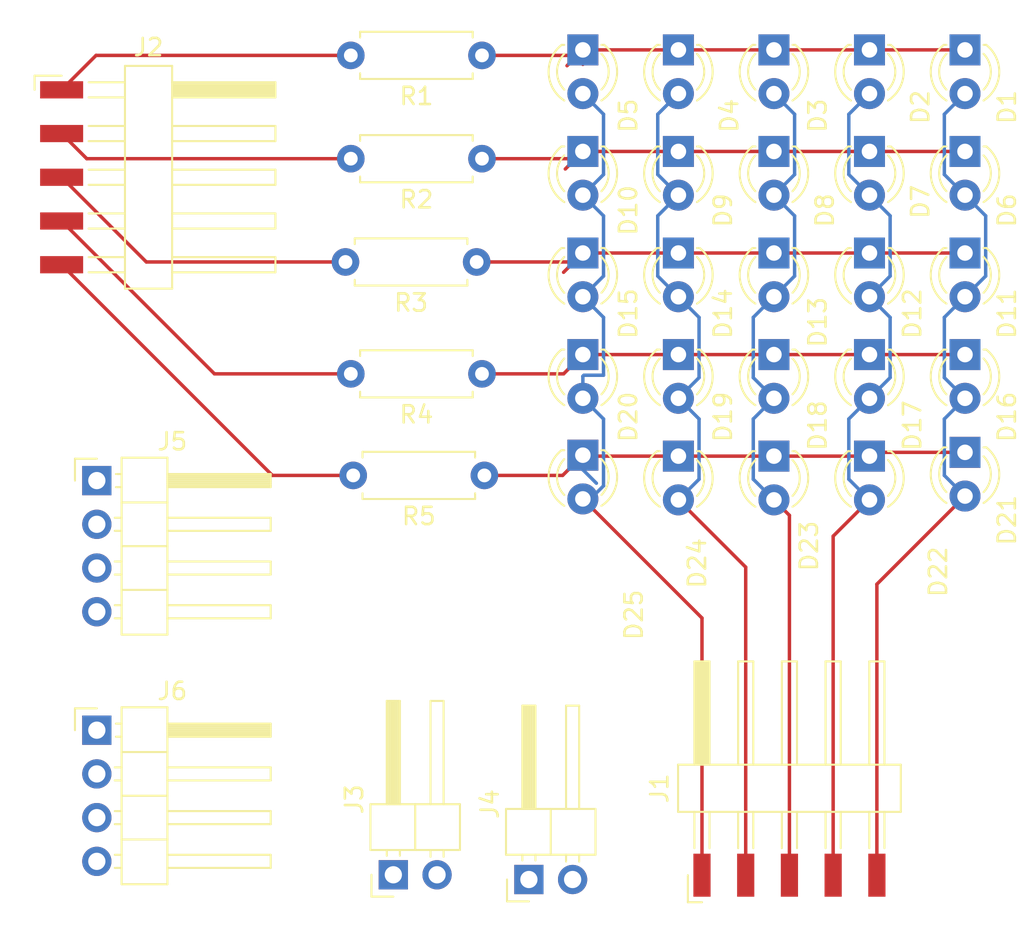
<source format=kicad_pcb>
(kicad_pcb (version 20240108) (generator "pcbnew") (generator_version "8.0")
  (layers (0 "F.Cu" signal) (31 "B.Cu" signal) (34 "B.Paste" user) (35 "F.Paste" user) (36 "B.SilkS" user "B.Silkscreen") (37 "F.SilkS" user "F.Silkscreen") (38 "B.Mask" user) (39 "F.Mask" user) (44 "Edge.Cuts" user))
  (net 0 "")
  (net 1 "Net-(D1-K)")
  (net 2 "Net-(D1-A)")
  (net 3 "Net-(D12-A)")
  (net 4 "Net-(D13-A)")
  (net 5 "Net-(D14-A)")
  (net 6 "Net-(D10-A)")
  (net 7 "Net-(D10-K)")
  (net 8 "Net-(D11-K)")
  (net 9 "Net-(D16-K)")
  (net 10 "Net-(D21-K)")
  (net 11 "Net-(J2-Pin_5)")
  (net 12 "Net-(J2-Pin_3)")
  (net 13 "Net-(J2-Pin_2)")
  (net 14 "Net-(J2-Pin_4)")
  (net 15 "Net-(J2-Pin_1)")
  (net 16 "Can-")
  (net 17 "Can+")
  (net 18 "GND")
  (net 19 "TX")
  (net 20 "RX")
  (net 21 "+3V3")
  (footprint "LED_THT:LED_D3.0mm" (layer "F.Cu") (at 164.91 63.58 -90)
    (property "Reference" "D9" (at 3.42 -2.59 90) (layer "F.SilkS"))
    (property "Value" "LED")
    (pad "1" thru_hole rect (at 0 0 270) (size 1.8 1.8) (drill 0.9) (layers "*.Cu" "*.Mask") (net 7 "Net-(D10-K)"))
    (pad "2" thru_hole circle (at 2.54 0 270) (size 1.8 1.8) (drill 0.9) (layers "*.Cu" "*.Mask") (net 5 "Net-(D14-A)"))
  )
  (footprint "LED_THT:LED_D3.0mm" (layer "F.Cu") (at 170.46 57.68 -90)
    (property "Reference" "D3" (at 3.82 -2.54 90) (layer "F.SilkS"))
    (property "Value" "LED")
    (pad "1" thru_hole rect (at 0 0 270) (size 1.8 1.8) (drill 0.9) (layers "*.Cu" "*.Mask") (net 1 "Net-(D1-K)"))
    (pad "2" thru_hole circle (at 2.54 0 270) (size 1.8 1.8) (drill 0.9) (layers "*.Cu" "*.Mask") (net 4 "Net-(D13-A)"))
  )
  (footprint "LED_THT:LED_D3.0mm" (layer "F.Cu") (at 176.01 81.28 -90)
    (property "Reference" "D22" (at 6.72 -3.99 -90) (layer "F.SilkS"))
    (property "Value" "LED")
    (pad "1" thru_hole rect (at 0 0 270) (size 1.8 1.8) (drill 0.9) (layers "*.Cu" "*.Mask") (net 10 "Net-(D21-K)"))
    (pad "2" thru_hole circle (at 2.54 0 270) (size 1.8 1.8) (drill 0.9) (layers "*.Cu" "*.Mask") (net 3 "Net-(D12-A)"))
  )
  (footprint "LED_THT:LED_D3.0mm" (layer "F.Cu") (at 159.36 69.48 -90)
    (property "Reference" "D15" (at 3.52 -2.64 90) (layer "F.SilkS"))
    (property "Value" "LED")
    (pad "1" thru_hole rect (at 0 0 270) (size 1.8 1.8) (drill 0.9) (layers "*.Cu" "*.Mask") (net 8 "Net-(D11-K)"))
    (pad "2" thru_hole circle (at 2.54 0 270) (size 1.8 1.8) (drill 0.9) (layers "*.Cu" "*.Mask") (net 6 "Net-(D10-A)"))
  )
  (footprint "LED_THT:LED_D3.0mm" (layer "F.Cu") (at 176.01 69.48 -90)
    (property "Reference" "D12" (at 3.52 -2.49 90) (layer "F.SilkS"))
    (property "Value" "LED")
    (pad "1" thru_hole rect (at 0 0 270) (size 1.8 1.8) (drill 0.9) (layers "*.Cu" "*.Mask") (net 8 "Net-(D11-K)"))
    (pad "2" thru_hole circle (at 2.54 0 270) (size 1.8 1.8) (drill 0.9) (layers "*.Cu" "*.Mask") (net 3 "Net-(D12-A)"))
  )
  (footprint "Connector_PinHeader_2.54mm:PinHeader_1x02_P2.54mm_Horizontal" (layer "F.Cu") (at 148.35 105.6 90)
    (property "Reference" "J3" (at 4.385 -2.27 90) (layer "F.SilkS"))
    (property "Value" "Conn_01x02_Pin")
    (pad "1" thru_hole rect (at 0 0 90) (size 1.7 1.7) (drill 1) (layers "*.Cu" "*.Mask") (net 17 "Can+"))
    (pad "2" thru_hole oval (at 0 2.54 90) (size 1.7 1.7) (drill 1) (layers "*.Cu" "*.Mask") (net 16 "Can-"))
  )
  (footprint "LED_THT:LED_D3.0mm" (layer "F.Cu") (at 164.91 57.68 -90)
    (property "Reference" "D4" (at 3.82 -2.96 90) (layer "F.SilkS"))
    (property "Value" "LED")
    (pad "1" thru_hole rect (at 0 0 270) (size 1.8 1.8) (drill 0.9) (layers "*.Cu" "*.Mask") (net 1 "Net-(D1-K)"))
    (pad "2" thru_hole circle (at 2.54 0 270) (size 1.8 1.8) (drill 0.9) (layers "*.Cu" "*.Mask") (net 5 "Net-(D14-A)"))
  )
  (footprint "Resistor_THT:R_Axial_DIN0207_L6.3mm_D2.5mm_P7.62mm_Horizontal" (layer "F.Cu") (at 153.64 82.4 180)
    (property "Reference" "R5" (at 3.81 -2.37 360) (layer "F.SilkS"))
    (property "Value" "R")
    (pad "1" thru_hole circle (at 0 0 180) (size 1.6 1.6) (drill 0.8) (layers "*.Cu" "*.Mask") (net 10 "Net-(D21-K)"))
    (pad "2" thru_hole oval (at 7.62 0 180) (size 1.6 1.6) (drill 0.8) (layers "*.Cu" "*.Mask") (net 11 "Net-(J2-Pin_5)"))
  )
  (footprint "LED_THT:LED_D3.0mm" (layer "F.Cu") (at 181.56 63.58 -90)
    (property "Reference" "D6" (at 3.42 -2.44 90) (layer "F.SilkS"))
    (property "Value" "LED")
    (pad "1" thru_hole rect (at 0 0 270) (size 1.8 1.8) (drill 0.9) (layers "*.Cu" "*.Mask") (net 7 "Net-(D10-K)"))
    (pad "2" thru_hole circle (at 2.54 0 270) (size 1.8 1.8) (drill 0.9) (layers "*.Cu" "*.Mask") (net 2 "Net-(D1-A)"))
  )
  (footprint "LED_THT:LED_D3.0mm" (layer "F.Cu") (at 170.46 69.48 -90)
    (property "Reference" "D13" (at 4.02 -2.54 90) (layer "F.SilkS"))
    (property "Value" "LED")
    (pad "1" thru_hole rect (at 0 0 270) (size 1.8 1.8) (drill 0.9) (layers "*.Cu" "*.Mask") (net 8 "Net-(D11-K)"))
    (pad "2" thru_hole circle (at 2.54 0 270) (size 1.8 1.8) (drill 0.9) (layers "*.Cu" "*.Mask") (net 4 "Net-(D13-A)"))
  )
  (footprint "LED_THT:LED_D3.0mm" (layer "F.Cu") (at 164.91 69.48 -90)
    (property "Reference" "D14" (at 3.52 -2.59 90) (layer "F.SilkS"))
    (property "Value" "LED")
    (pad "1" thru_hole rect (at 0 0 270) (size 1.8 1.8) (drill 0.9) (layers "*.Cu" "*.Mask") (net 8 "Net-(D11-K)"))
    (pad "2" thru_hole circle (at 2.54 0 270) (size 1.8 1.8) (drill 0.9) (layers "*.Cu" "*.Mask") (net 5 "Net-(D14-A)"))
  )
  (footprint "LED_THT:LED_D3.0mm" (layer "F.Cu") (at 159.36 63.58 -90)
    (property "Reference" "D10" (at 3.42 -2.64 90) (layer "F.SilkS"))
    (property "Value" "LED")
    (pad "1" thru_hole rect (at 0 0 270) (size 1.8 1.8) (drill 0.9) (layers "*.Cu" "*.Mask") (net 7 "Net-(D10-K)"))
    (pad "2" thru_hole circle (at 2.54 0 270) (size 1.8 1.8) (drill 0.9) (layers "*.Cu" "*.Mask") (net 6 "Net-(D10-A)"))
  )
  (footprint "LED_THT:LED_D3.0mm" (layer "F.Cu") (at 159.36 57.68 -90)
    (property "Reference" "D5" (at 3.82 -2.64 90) (layer "F.SilkS"))
    (property "Value" "LED")
    (pad "1" thru_hole rect (at 0 0 270) (size 1.8 1.8) (drill 0.9) (layers "*.Cu" "*.Mask") (net 1 "Net-(D1-K)"))
    (pad "2" thru_hole circle (at 2.54 0 270) (size 1.8 1.8) (drill 0.9) (layers "*.Cu" "*.Mask") (net 6 "Net-(D10-A)"))
  )
  (footprint "LED_THT:LED_D3.0mm" (layer "F.Cu") (at 164.91 81.28 -90)
    (property "Reference" "D24" (at 6.22 -1.09 90) (layer "F.SilkS"))
    (property "Value" "LED")
    (pad "1" thru_hole rect (at 0 0 270) (size 1.8 1.8) (drill 0.9) (layers "*.Cu" "*.Mask") (net 10 "Net-(D21-K)"))
    (pad "2" thru_hole circle (at 2.54 0 270) (size 1.8 1.8) (drill 0.9) (layers "*.Cu" "*.Mask") (net 5 "Net-(D14-A)"))
  )
  (footprint "LED_THT:LED_D3.0mm" (layer "F.Cu") (at 159.36 81.225 -90)
    (property "Reference" "D25" (at 9.275 -2.96 90) (layer "F.SilkS"))
    (property "Value" "LED")
    (pad "1" thru_hole rect (at 0 0 270) (size 1.8 1.8) (drill 0.9) (layers "*.Cu" "*.Mask") (net 10 "Net-(D21-K)"))
    (pad "2" thru_hole circle (at 2.54 0 270) (size 1.8 1.8) (drill 0.9) (layers "*.Cu" "*.Mask") (net 6 "Net-(D10-A)"))
  )
  (footprint "Connector_PinHeader_2.54mm:PinHeader_1x04_P2.54mm_Horizontal" (layer "F.Cu") (at 131.125 97.2)
    (property "Reference" "J6" (at 4.385 -2.27 360) (layer "F.SilkS"))
    (property "Value" "Conn_01x04_Pin")
    (pad "1" thru_hole rect (at 0 0) (size 1.7 1.7) (drill 1) (layers "*.Cu" "*.Mask") (net 18 "GND"))
    (pad "2" thru_hole oval (at 0 2.54) (size 1.7 1.7) (drill 1) (layers "*.Cu" "*.Mask") (net 20 "RX"))
    (pad "3" thru_hole oval (at 0 5.08) (size 1.7 1.7) (drill 1) (layers "*.Cu" "*.Mask") (net 19 "TX"))
    (pad "4" thru_hole oval (at 0 7.62) (size 1.7 1.7) (drill 1) (layers "*.Cu" "*.Mask") (net 21 "+3V3"))
  )
  (footprint "LED_THT:LED_D3.0mm" (layer "F.Cu") (at 159.36 75.38 -90)
    (property "Reference" "D20" (at 3.62 -2.64 90) (layer "F.SilkS"))
    (property "Value" "LED")
    (pad "1" thru_hole rect (at 0 0 270) (size 1.8 1.8) (drill 0.9) (layers "*.Cu" "*.Mask") (net 9 "Net-(D16-K)"))
    (pad "2" thru_hole circle (at 2.54 0 270) (size 1.8 1.8) (drill 0.9) (layers "*.Cu" "*.Mask") (net 6 "Net-(D10-A)"))
  )
  (footprint "Connector_Harwin:Harwin_M20-89005xx_1x05_P2.54mm_Horizontal" (layer "F.Cu") (at 134.605 65.08)
    (property "Reference" "J2" (at -0.48 -7.55 360) (layer "F.SilkS"))
    (property "Value" "Conn_01x05_Pin")
    (pad "" smd rect (at 3.895 -5.08) (size 6 0.76) (layers "F.SilkS"))
    (pad "1" smd rect (at -5.525 -5.08) (size 2.5 1) (layers "F.Cu" "F.Paste" "F.Mask") (net 15 "Net-(J2-Pin_1)"))
    (pad "2" smd rect (at -5.525 -2.54) (size 2.5 1) (layers "F.Cu" "F.Paste" "F.Mask") (net 13 "Net-(J2-Pin_2)"))
    (pad "3" smd rect (at -5.525 0) (size 2.5 1) (layers "F.Cu" "F.Paste" "F.Mask") (net 12 "Net-(J2-Pin_3)"))
    (pad "4" smd rect (at -5.525 2.54) (size 2.5 1) (layers "F.Cu" "F.Paste" "F.Mask") (net 14 "Net-(J2-Pin_4)"))
    (pad "5" smd rect (at -5.525 5.08) (size 2.5 1) (layers "F.Cu" "F.Paste" "F.Mask") (net 11 "Net-(J2-Pin_5)"))
  )
  (footprint "Resistor_THT:R_Axial_DIN0207_L6.3mm_D2.5mm_P7.62mm_Horizontal" (layer "F.Cu") (at 153.19 70 180)
    (property "Reference" "R3" (at 3.81 -2.37 360) (layer "F.SilkS"))
    (property "Value" "R")
    (pad "1" thru_hole circle (at 0 0 180) (size 1.6 1.6) (drill 0.8) (layers "*.Cu" "*.Mask") (net 8 "Net-(D11-K)"))
    (pad "2" thru_hole oval (at 7.62 0 180) (size 1.6 1.6) (drill 0.8) (layers "*.Cu" "*.Mask") (net 12 "Net-(J2-Pin_3)"))
  )
  (footprint "LED_THT:LED_D3.0mm" (layer "F.Cu") (at 181.56 57.68 -90)
    (property "Reference" "D1" (at 3.32 -2.44 90) (layer "F.SilkS"))
    (property "Value" "LED")
    (pad "1" thru_hole rect (at 0 0 270) (size 1.8 1.8) (drill 0.9) (layers "*.Cu" "*.Mask") (net 1 "Net-(D1-K)"))
    (pad "2" thru_hole circle (at 2.54 0 270) (size 1.8 1.8) (drill 0.9) (layers "*.Cu" "*.Mask") (net 2 "Net-(D1-A)"))
  )
  (footprint "Resistor_THT:R_Axial_DIN0207_L6.3mm_D2.5mm_P7.62mm_Horizontal" (layer "F.Cu") (at 153.5 64 180)
    (property "Reference" "R2" (at 3.81 -2.37 360) (layer "F.SilkS"))
    (property "Value" "R")
    (pad "1" thru_hole circle (at 0 0 180) (size 1.6 1.6) (drill 0.8) (layers "*.Cu" "*.Mask") (net 7 "Net-(D10-K)"))
    (pad "2" thru_hole oval (at 7.62 0 180) (size 1.6 1.6) (drill 0.8) (layers "*.Cu" "*.Mask") (net 13 "Net-(J2-Pin_2)"))
  )
  (footprint "Connector_PinHeader_2.54mm:PinHeader_1x02_P2.54mm_Horizontal" (layer "F.Cu") (at 156.225 105.875 90)
    (property "Reference" "J4" (at 4.385 -2.27 90) (layer "F.SilkS"))
    (property "Value" "Conn_01x02_Pin")
    (pad "1" thru_hole rect (at 0 0 90) (size 1.7 1.7) (drill 1) (layers "*.Cu" "*.Mask") (net 17 "Can+"))
    (pad "2" thru_hole oval (at 0 2.54 90) (size 1.7 1.7) (drill 1) (layers "*.Cu" "*.Mask") (net 16 "Can-"))
  )
  (footprint "Resistor_THT:R_Axial_DIN0207_L6.3mm_D2.5mm_P7.62mm_Horizontal" (layer "F.Cu") (at 153.5 76.5 180)
    (property "Reference" "R4" (at 3.81 -2.37 360) (layer "F.SilkS"))
    (property "Value" "R")
    (pad "1" thru_hole circle (at 0 0 180) (size 1.6 1.6) (drill 0.8) (layers "*.Cu" "*.Mask") (net 9 "Net-(D16-K)"))
    (pad "2" thru_hole oval (at 7.62 0 180) (size 1.6 1.6) (drill 0.8) (layers "*.Cu" "*.Mask") (net 14 "Net-(J2-Pin_4)"))
  )
  (footprint "LED_THT:LED_D3.0mm" (layer "F.Cu") (at 176.01 63.58 -90)
    (property "Reference" "D7" (at 2.92 -2.96 90) (layer "F.SilkS"))
    (property "Value" "LED")
    (pad "1" thru_hole rect (at 0 0 270) (size 1.8 1.8) (drill 0.9) (layers "*.Cu" "*.Mask") (net 7 "Net-(D10-K)"))
    (pad "2" thru_hole circle (at 2.54 0 270) (size 1.8 1.8) (drill 0.9) (layers "*.Cu" "*.Mask") (net 3 "Net-(D12-A)"))
  )
  (footprint "LED_THT:LED_D3.0mm" (layer "F.Cu") (at 170.46 75.38 -90)
    (property "Reference" "D18" (at 4.12 -2.54 90) (layer "F.SilkS"))
    (property "Value" "LED")
    (pad "1" thru_hole rect (at 0 0 270) (size 1.8 1.8) (drill 0.9) (layers "*.Cu" "*.Mask") (net 9 "Net-(D16-K)"))
    (pad "2" thru_hole circle (at 2.54 0 270) (size 1.8 1.8) (drill 0.9) (layers "*.Cu" "*.Mask") (net 4 "Net-(D13-A)"))
  )
  (footprint "LED_THT:LED_D3.0mm" (layer "F.Cu") (at 181.56 81.06 -90)
    (property "Reference" "D21" (at 3.94 -2.44 90) (layer "F.SilkS"))
    (property "Value" "LED")
    (pad "1" thru_hole rect (at 0 0 270) (size 1.8 1.8) (drill 0.9) (layers "*.Cu" "*.Mask") (net 10 "Net-(D21-K)"))
    (pad "2" thru_hole circle (at 2.54 0 270) (size 1.8 1.8) (drill 0.9) (layers "*.Cu" "*.Mask") (net 2 "Net-(D1-A)"))
  )
  (footprint "Connector_PinHeader_2.54mm:PinHeader_1x04_P2.54mm_Horizontal" (layer "F.Cu") (at 131.125 82.7)
    (property "Reference" "J5" (at 4.385 -2.27 360) (layer "F.SilkS"))
    (property "Value" "Conn_01x04_Pin")
    (pad "1" thru_hole rect (at 0 0) (size 1.7 1.7) (drill 1) (layers "*.Cu" "*.Mask") (net 18 "GND"))
    (pad "2" thru_hole oval (at 0 2.54) (size 1.7 1.7) (drill 1) (layers "*.Cu" "*.Mask") (net 19 "TX"))
    (pad "3" thru_hole oval (at 0 5.08) (size 1.7 1.7) (drill 1) (layers "*.Cu" "*.Mask") (net 20 "RX"))
    (pad "4" thru_hole oval (at 0 7.62) (size 1.7 1.7) (drill 1) (layers "*.Cu" "*.Mask") (net 21 "+3V3"))
  )
  (footprint "Resistor_THT:R_Axial_DIN0207_L6.3mm_D2.5mm_P7.62mm_Horizontal" (layer "F.Cu") (at 153.5 58 180)
    (property "Reference" "R1" (at 3.81 -2.37 360) (layer "F.SilkS"))
    (property "Value" "R")
    (pad "1" thru_hole circle (at 0 0 180) (size 1.6 1.6) (drill 0.8) (layers "*.Cu" "*.Mask") (net 1 "Net-(D1-K)"))
    (pad "2" thru_hole oval (at 7.62 0 180) (size 1.6 1.6) (drill 0.8) (layers "*.Cu" "*.Mask") (net 15 "Net-(J2-Pin_1)"))
  )
  (footprint "LED_THT:LED_D3.0mm" (layer "F.Cu") (at 170.46 63.58 -90)
    (property "Reference" "D8" (at 3.42 -2.96 90) (layer "F.SilkS"))
    (property "Value" "LED")
    (pad "1" thru_hole rect (at 0 0 270) (size 1.8 1.8) (drill 0.9) (layers "*.Cu" "*.Mask") (net 7 "Net-(D10-K)"))
    (pad "2" thru_hole circle (at 2.54 0 270) (size 1.8 1.8) (drill 0.9) (layers "*.Cu" "*.Mask") (net 4 "Net-(D13-A)"))
  )
  (footprint "LED_THT:LED_D3.0mm" (layer "F.Cu") (at 176.01 75.38 -90)
    (property "Reference" "D17" (at 4.12 -2.49 90) (layer "F.SilkS"))
    (property "Value" "LED")
    (pad "1" thru_hole rect (at 0 0 270) (size 1.8 1.8) (drill 0.9) (layers "*.Cu" "*.Mask") (net 9 "Net-(D16-K)"))
    (pad "2" thru_hole circle (at 2.54 0 270) (size 1.8 1.8) (drill 0.9) (layers "*.Cu" "*.Mask") (net 3 "Net-(D12-A)"))
  )
  (footprint "LED_THT:LED_D3.0mm" (layer "F.Cu") (at 164.91 75.38 -90)
    (property "Reference" "D19" (at 3.62 -2.59 90) (layer "F.SilkS"))
    (property "Value" "LED")
    (pad "1" thru_hole rect (at 0 0 270) (size 1.8 1.8) (drill 0.9) (layers "*.Cu" "*.Mask") (net 9 "Net-(D16-K)"))
    (pad "2" thru_hole circle (at 2.54 0 270) (size 1.8 1.8) (drill 0.9) (layers "*.Cu" "*.Mask") (net 5 "Net-(D14-A)"))
  )
  (footprint "LED_THT:LED_D3.0mm" (layer "F.Cu") (at 181.56 75.38 -90)
    (property "Reference" "D16" (at 3.62 -2.44 90) (layer "F.SilkS"))
    (property "Value" "LED")
    (pad "1" thru_hole rect (at 0 0 270) (size 1.8 1.8) (drill 0.9) (layers "*.Cu" "*.Mask") (net 9 "Net-(D16-K)"))
    (pad "2" thru_hole circle (at 2.54 0 270) (size 1.8 1.8) (drill 0.9) (layers "*.Cu" "*.Mask") (net 2 "Net-(D1-A)"))
  )
  (footprint "Connector_Harwin:Harwin_M20-89005xx_1x05_P2.54mm_Horizontal" (layer "F.Cu") (at 171.36 100.1 90)
    (property "Reference" "J1" (at -0.48 -7.55 90) (layer "F.SilkS"))
    (property "Value" "Conn_01x05_Pin")
    (pad "" smd rect (at 3.895 -5.08 90) (size 6 0.76) (layers "F.SilkS"))
    (pad "1" smd rect (at -5.525 -5.08 90) (size 2.5 1) (layers "F.Cu" "F.Paste" "F.Mask") (net 6 "Net-(D10-A)"))
    (pad "2" smd rect (at -5.525 -2.54 90) (size 2.5 1) (layers "F.Cu" "F.Paste" "F.Mask") (net 5 "Net-(D14-A)"))
    (pad "3" smd rect (at -5.525 0 90) (size 2.5 1) (layers "F.Cu" "F.Paste" "F.Mask") (net 4 "Net-(D13-A)"))
    (pad "4" smd rect (at -5.525 2.54 90) (size 2.5 1) (layers "F.Cu" "F.Paste" "F.Mask") (net 3 "Net-(D12-A)"))
    (pad "5" smd rect (at -5.525 5.08 90) (size 2.5 1) (layers "F.Cu" "F.Paste" "F.Mask") (net 2 "Net-(D1-A)"))
  )
  (footprint "LED_THT:LED_D3.0mm" (layer "F.Cu") (at 181.56 69.48 -90)
    (property "Reference" "D11" (at 3.52 -2.44 90) (layer "F.SilkS"))
    (property "Value" "LED")
    (pad "1" thru_hole rect (at 0 0 270) (size 1.8 1.8) (drill 0.9) (layers "*.Cu" "*.Mask") (net 8 "Net-(D11-K)"))
    (pad "2" thru_hole circle (at 2.54 0 270) (size 1.8 1.8) (drill 0.9) (layers "*.Cu" "*.Mask") (net 2 "Net-(D1-A)"))
  )
  (footprint "LED_THT:LED_D3.0mm" (layer "F.Cu") (at 176.01 57.68 -90)
    (property "Reference" "D2" (at 3.32 -2.96 90) (layer "F.SilkS"))
    (property "Value" "LED")
    (pad "1" thru_hole rect (at 0 0 270) (size 1.8 1.8) (drill 0.9) (layers "*.Cu" "*.Mask") (net 1 "Net-(D1-K)"))
    (pad "2" thru_hole circle (at 2.54 0 270) (size 1.8 1.8) (drill 0.9) (layers "*.Cu" "*.Mask") (net 3 "Net-(D12-A)"))
  )
  (footprint "LED_THT:LED_D3.0mm" (layer "F.Cu") (at 170.46 81.28 -90)
    (property "Reference" "D23" (at 5.22 -2.04 90) (layer "F.SilkS"))
    (property "Value" "LED")
    (pad "1" thru_hole rect (at 0 0 270) (size 1.8 1.8) (drill 0.9) (layers "*.Cu" "*.Mask") (net 10 "Net-(D21-K)"))
    (pad "2" thru_hole circle (at 2.54 0 270) (size 1.8 1.8) (drill 0.9) (layers "*.Cu" "*.Mask") (net 4 "Net-(D13-A)"))
  )
  (segment (start 159.36 57.68) (end 159.36 58.522943) (width 0.2) (layer "F.Cu") (net 1))
  (segment (start 159.36 57.68) (end 164.91 57.68) (width 0.2) (layer "F.Cu") (net 1))
  (segment (start 153.5 58) (end 159.04 58) (width 0.2) (layer "F.Cu") (net 1))
  (segment (start 164.91 57.68) (end 170.46 57.68) (width 0.2) (layer "F.Cu") (net 1))
  (segment (start 170.46 57.68) (end 176.01 57.68) (width 0.2) (layer "F.Cu") (net 1))
  (segment (start 176.01 57.68) (end 181.56 57.68) (width 0.2) (layer "F.Cu") (net 1))
  (segment (start 158.44 58.6) (end 159.36 57.68) (width 0.2) (layer "F.Cu") (net 1))
  (segment (start 159.04 58) (end 159.36 57.68) (width 0.2) (layer "F.Cu") (net 1))
  (segment (start 176.44 105.625) (end 176.44 88.72) (width 0.2) (layer "F.Cu") (net 2))
  (segment (start 176.44 88.72) (end 181.56 83.6) (width 0.2) (layer "F.Cu") (net 2))
  (segment (start 181.56 77.92) (end 180.36 76.72) (width 0.2) (layer "B.Cu") (net 2))
  (segment (start 182.76 70.82) (end 182.76 67.32) (width 0.2) (layer "B.Cu") (net 2))
  (segment (start 180.36 76.72) (end 180.36 73.22) (width 0.2) (layer "B.Cu") (net 2))
  (segment (start 180.36 61.42) (end 181.56 60.22) (width 0.2) (layer "B.Cu") (net 2))
  (segment (start 180.36 82.4) (end 180.36 79.12) (width 0.2) (layer "B.Cu") (net 2))
  (segment (start 180.36 79.12) (end 181.56 77.92) (width 0.2) (layer "B.Cu") (net 2))
  (segment (start 181.56 72.02) (end 182.76 70.82) (width 0.2) (layer "B.Cu") (net 2))
  (segment (start 182.76 67.32) (end 181.56 66.12) (width 0.2) (layer "B.Cu") (net 2))
  (segment (start 181.56 66.12) (end 180.36 64.92) (width 0.2) (layer "B.Cu") (net 2))
  (segment (start 181.56 83.6) (end 180.36 82.4) (width 0.2) (layer "B.Cu") (net 2))
  (segment (start 180.36 73.22) (end 181.56 72.02) (width 0.2) (layer "B.Cu") (net 2))
  (segment (start 180.36 64.92) (end 180.36 61.42) (width 0.2) (layer "B.Cu") (net 2))
  (segment (start 173.9 105.625) (end 173.9 85.93) (width 0.2) (layer "F.Cu") (net 3))
  (segment (start 173.9 85.93) (end 176.01 83.82) (width 0.2) (layer "F.Cu") (net 3))
  (segment (start 177.21 73.22) (end 176.01 72.02) (width 0.2) (layer "B.Cu") (net 3))
  (segment (start 176.01 77.92) (end 177.21 76.72) (width 0.2) (layer "B.Cu") (net 3))
  (segment (start 176.01 72.02) (end 177.21 70.82) (width 0.2) (layer "B.Cu") (net 3))
  (segment (start 177.21 67.32) (end 176.01 66.12) (width 0.2) (layer "B.Cu") (net 3))
  (segment (start 177.21 76.72) (end 177.21 73.22) (width 0.2) (layer "B.Cu") (net 3))
  (segment (start 174.81 82.62) (end 174.81 79.12) (width 0.2) (layer "B.Cu") (net 3))
  (segment (start 174.81 64.92) (end 174.81 61.42) (width 0.2) (layer "B.Cu") (net 3))
  (segment (start 174.81 79.12) (end 176.01 77.92) (width 0.2) (layer "B.Cu") (net 3))
  (segment (start 174.81 61.42) (end 176.01 60.22) (width 0.2) (layer "B.Cu") (net 3))
  (segment (start 177.21 70.82) (end 177.21 67.32) (width 0.2) (layer "B.Cu") (net 3))
  (segment (start 176.01 66.12) (end 174.81 64.92) (width 0.2) (layer "B.Cu") (net 3))
  (segment (start 176.01 83.82) (end 174.81 82.62) (width 0.2) (layer "B.Cu") (net 3))
  (segment (start 171.36 84.72) (end 170.46 83.82) (width 0.2) (layer "F.Cu") (net 4))
  (segment (start 171.36 105.625) (end 171.36 84.72) (width 0.2) (layer "F.Cu") (net 4))
  (segment (start 170.46 66.12) (end 171.66 64.92) (width 0.2) (layer "B.Cu") (net 4))
  (segment (start 171.66 61.42) (end 170.46 60.22) (width 0.2) (layer "B.Cu") (net 4))
  (segment (start 169.26 76.72) (end 169.26 73.22) (width 0.2) (layer "B.Cu") (net 4))
  (segment (start 170.46 72.02) (end 171.66 70.82) (width 0.2) (layer "B.Cu") (net 4))
  (segment (start 169.26 73.22) (end 170.46 72.02) (width 0.2) (layer "B.Cu") (net 4))
  (segment (start 171.66 67.32) (end 170.46 66.12) (width 0.2) (layer "B.Cu") (net 4))
  (segment (start 171.66 70.82) (end 171.66 67.32) (width 0.2) (layer "B.Cu") (net 4))
  (segment (start 170.46 83.82) (end 169.26 82.62) (width 0.2) (layer "B.Cu") (net 4))
  (segment (start 169.26 79.12) (end 170.46 77.92) (width 0.2) (layer "B.Cu") (net 4))
  (segment (start 169.26 82.62) (end 169.26 79.12) (width 0.2) (layer "B.Cu") (net 4))
  (segment (start 171.66 64.92) (end 171.66 61.42) (width 0.2) (layer "B.Cu") (net 4))
  (segment (start 170.46 77.92) (end 169.26 76.72) (width 0.2) (layer "B.Cu") (net 4))
  (segment (start 168.82 87.73) (end 164.91 83.82) (width 0.2) (layer "F.Cu") (net 5))
  (segment (start 168.82 105.625) (end 168.82 87.73) (width 0.2) (layer "F.Cu") (net 5))
  (segment (start 166.11 79.12) (end 164.91 77.92) (width 0.2) (layer "B.Cu") (net 5))
  (segment (start 164.91 83.82) (end 166.11 82.62) (width 0.2) (layer "B.Cu") (net 5))
  (segment (start 163.71 64.92) (end 163.71 61.42) (width 0.2) (layer "B.Cu") (net 5))
  (segment (start 164.91 66.12) (end 163.71 64.92) (width 0.2) (layer "B.Cu") (net 5))
  (segment (start 163.71 61.42) (end 164.91 60.22) (width 0.2) (layer "B.Cu") (net 5))
  (segment (start 163.71 70.82) (end 163.71 67.32) (width 0.2) (layer "B.Cu") (net 5))
  (segment (start 166.11 73.22) (end 164.91 72.02) (width 0.2) (layer "B.Cu") (net 5))
  (segment (start 163.71 67.32) (end 164.91 66.12) (width 0.2) (layer "B.Cu") (net 5))
  (segment (start 166.11 76.72) (end 166.11 73.22) (width 0.2) (layer "B.Cu") (net 5))
  (segment (start 164.91 77.92) (end 166.11 76.72) (width 0.2) (layer "B.Cu") (net 5))
  (segment (start 166.11 82.62) (end 166.11 79.12) (width 0.2) (layer "B.Cu") (net 5))
  (segment (start 164.91 72.02) (end 163.71 70.82) (width 0.2) (layer "B.Cu") (net 5))
  (segment (start 166.28 90.685) (end 159.36 83.765) (width 0.2) (layer "F.Cu") (net 6))
  (segment (start 166.28 105.625) (end 166.28 90.685) (width 0.2) (layer "F.Cu") (net 6))
  (segment (start 160.56 61.42) (end 159.36 60.22) (width 0.2) (layer "B.Cu") (net 6))
  (segment (start 160.56 83.005686) (end 160.56 79.12) (width 0.2) (layer "B.Cu") (net 6))
  (segment (start 160.56 64.92) (end 160.56 61.42) (width 0.2) (layer "B.Cu") (net 6))
  (segment (start 160.56 73.22) (end 159.36 72.02) (width 0.2) (layer "B.Cu") (net 6))
  (segment (start 159.36 66.12) (end 160.56 64.92) (width 0.2) (layer "B.Cu") (net 6))
  (segment (start 159.36 72.02) (end 160.56 70.82) (width 0.2) (layer "B.Cu") (net 6))
  (segment (start 159.42 76.58) (end 160.56 76.58) (width 0.2) (layer "B.Cu") (net 6))
  (segment (start 159.800686 83.765) (end 160.56 83.005686) (width 0.2) (layer "B.Cu") (net 6))
  (segment (start 160.56 76.58) (end 160.56 73.22) (width 0.2) (layer "B.Cu") (net 6))
  (segment (start 160.56 70.82) (end 160.56 67.32) (width 0.2) (layer "B.Cu") (net 6))
  (segment (start 160.56 67.32) (end 159.36 66.12) (width 0.2) (layer "B.Cu") (net 6))
  (segment (start 159.36 83.765) (end 159.800686 83.765) (width 0.2) (layer "B.Cu") (net 6))
  (segment (start 159.36 77.92) (end 159.36 76.64) (width 0.2) (layer "B.Cu") (net 6))
  (segment (start 160.56 79.12) (end 159.36 77.92) (width 0.2) (layer "B.Cu") (net 6))
  (segment (start 159.36 76.64) (end 159.42 76.58) (width 0.2) (layer "B.Cu") (net 6))
  (segment (start 153.5 64) (end 158.94 64) (width 0.2) (layer "F.Cu") (net 7))
  (segment (start 176.01 63.58) (end 181.56 63.58) (width 0.2) (layer "F.Cu") (net 7))
  (segment (start 158.94 64) (end 159.36 63.58) (width 0.2) (layer "F.Cu") (net 7))
  (segment (start 164.91 63.58) (end 170.46 63.58) (width 0.2) (layer "F.Cu") (net 7))
  (segment (start 170.46 63.58) (end 176.01 63.58) (width 0.2) (layer "F.Cu") (net 7))
  (segment (start 158.34 64.6) (end 159.36 63.58) (width 0.2) (layer "F.Cu") (net 7))
  (segment (start 159.36 63.58) (end 164.91 63.58) (width 0.2) (layer "F.Cu") (net 7))
  (segment (start 170.46 69.48) (end 176.01 69.48) (width 0.2) (layer "F.Cu") (net 8))
  (segment (start 153.19 70) (end 158.84 70) (width 0.2) (layer "F.Cu") (net 8))
  (segment (start 158.84 70) (end 159.36 69.48) (width 0.2) (layer "F.Cu") (net 8))
  (segment (start 159.36 69.48) (end 164.91 69.48) (width 0.2) (layer "F.Cu") (net 8))
  (segment (start 176.01 69.48) (end 181.56 69.48) (width 0.2) (layer "F.Cu") (net 8))
  (segment (start 158.24 70.6) (end 159.36 69.48) (width 0.2) (layer "F.Cu") (net 8))
  (segment (start 164.91 69.48) (end 170.46 69.48) (width 0.2) (layer "F.Cu") (net 8))
  (segment (start 158.24 76.5) (end 159.36 75.38) (width 0.2) (layer "F.Cu") (net 9))
  (segment (start 153.5 76.5) (end 158.24 76.5) (width 0.2) (layer "F.Cu") (net 9))
  (segment (start 164.91 75.38) (end 170.46 75.38) (width 0.2) (layer "F.Cu") (net 9))
  (segment (start 176.01 75.38) (end 181.56 75.38) (width 0.2) (layer "F.Cu") (net 9))
  (segment (start 159.36 75.38) (end 164.91 75.38) (width 0.2) (layer "F.Cu") (net 9))
  (segment (start 170.46 75.38) (end 176.01 75.38) (width 0.2) (layer "F.Cu") (net 9))
  (segment (start 159.36 81.225) (end 159.775 81.225) (width 0.2) (layer "F.Cu") (net 10))
  (segment (start 159.36 81.225) (end 158.185 82.4) (width 0.2) (layer "F.Cu") (net 10))
  (segment (start 176.5 81.06) (end 181.56 81.06) (width 0.2) (layer "F.Cu") (net 10))
  (segment (start 159.775 81.225) (end 159.83 81.28) (width 0.2) (layer "F.Cu") (net 10))
  (segment (start 170.46 81.28) (end 176.01 81.28) (width 0.2) (layer "F.Cu") (net 10))
  (segment (start 164.91 81.28) (end 170.46 81.28) (width 0.2) (layer "F.Cu") (net 10))
  (segment (start 158.185 82.4) (end 153.64 82.4) (width 0.2) (layer "F.Cu") (net 10))
  (segment (start 176.28 81.28) (end 176.5 81.06) (width 0.2) (layer "F.Cu") (net 10))
  (segment (start 159.83 81.28) (end 164.91 81.28) (width 0.2) (layer "F.Cu") (net 10))
  (segment (start 176.01 81.28) (end 176.28 81.28) (width 0.2) (layer "F.Cu") (net 10))
  (segment (start 159.36 81.225) (end 159.36 82.067943) (width 0.2) (layer "B.Cu") (net 10))
  (segment (start 159.36 82.067943) (end 160.146029 82.853971) (width 0.2) (layer "B.Cu") (net 10))
  (segment (start 141.32 82.4) (end 129.08 70.16) (width 0.2) (layer "F.Cu") (net 11))
  (segment (start 146.02 82.4) (end 141.32 82.4) (width 0.2) (layer "F.Cu") (net 11))
  (segment (start 134 70) (end 129.08 65.08) (width 0.2) (layer "F.Cu") (net 12))
  (segment (start 145.57 70) (end 134 70) (width 0.2) (layer "F.Cu") (net 12))
  (segment (start 145.88 64) (end 130.54 64) (width 0.2) (layer "F.Cu") (net 13))
  (segment (start 130.54 64) (end 129.08 62.54) (width 0.2) (layer "F.Cu") (net 13))
  (segment (start 137.96 76.5) (end 129.08 67.62) (width 0.2) (layer "F.Cu") (net 14))
  (segment (start 145.88 76.5) (end 137.96 76.5) (width 0.2) (layer "F.Cu") (net 14))
  (segment (start 145.88 58) (end 131.08 58) (width 0.2) (layer "F.Cu") (net 15))
  (segment (start 131.08 58) (end 129.08 60) (width 0.2) (layer "F.Cu") (net 15))
)
</source>
